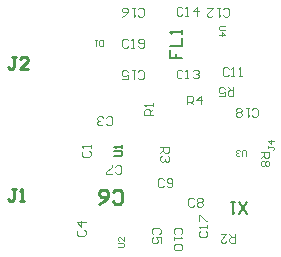
<source format=gbr>
G04*
G04 #@! TF.GenerationSoftware,Altium Limited,Altium Designer,24.7.2 (38)*
G04*
G04 Layer_Color=16711935*
%FSLAX25Y25*%
%MOIN*%
G70*
G04*
G04 #@! TF.SameCoordinates,0AE953C0-7C88-47E9-B79E-664DAA7B62C1*
G04*
G04*
G04 #@! TF.FilePolarity,Positive*
G04*
G01*
G75*
%ADD10C,0.00787*%
%ADD14C,0.00394*%
%ADD65C,0.01000*%
%ADD76C,0.00591*%
D10*
X212829Y69693D02*
X210206Y73629D01*
Y69693D02*
X212829Y73629D01*
X208894D02*
X207582D01*
X208238D01*
Y69693D01*
X208894Y70350D01*
X187403Y124277D02*
Y121653D01*
X189371D01*
Y122965D01*
Y121653D01*
X191339D01*
X187403Y125589D02*
X191339D01*
Y128213D01*
Y129525D02*
Y130837D01*
Y130181D01*
X187403D01*
X188059Y129525D01*
D14*
X212598Y88977D02*
Y90617D01*
X212270Y90945D01*
X211614D01*
X211286Y90617D01*
Y88977D01*
X210630Y89305D02*
X210302Y88977D01*
X209647D01*
X209318Y89305D01*
Y89633D01*
X209647Y89961D01*
X209975D01*
X209647D01*
X209318Y90289D01*
Y90617D01*
X209647Y90945D01*
X210302D01*
X210630Y90617D01*
X166012Y99693D02*
X166504Y99201D01*
X167487D01*
X167979Y99693D01*
Y101661D01*
X167487Y102153D01*
X166504D01*
X166012Y101661D01*
X165028Y99693D02*
X164536Y99201D01*
X163552D01*
X163060Y99693D01*
Y100185D01*
X163552Y100677D01*
X164044D01*
X163552D01*
X163060Y101169D01*
Y101661D01*
X163552Y102153D01*
X164536D01*
X165028Y101661D01*
X205511Y132283D02*
X203871D01*
X203543Y131956D01*
Y131299D01*
X203871Y130972D01*
X205511D01*
X203543Y129332D02*
X205511D01*
X204527Y130316D01*
Y129004D01*
X206823Y118024D02*
X206331Y118516D01*
X205347D01*
X204855Y118024D01*
Y116056D01*
X205347Y115564D01*
X206331D01*
X206823Y116056D01*
X207807Y115564D02*
X208791D01*
X208299D01*
Y118516D01*
X207807Y118024D01*
X210267Y115564D02*
X211251D01*
X210759D01*
Y118516D01*
X210267Y118024D01*
X170079Y58661D02*
X171719D01*
X172047Y58989D01*
Y59645D01*
X171719Y59973D01*
X170079D01*
X172047Y61941D02*
Y60629D01*
X170735Y61941D01*
X170407D01*
X170079Y61613D01*
Y60957D01*
X170407Y60629D01*
X191469Y138102D02*
X190977Y138594D01*
X189993D01*
X189501Y138102D01*
Y136135D01*
X189993Y135643D01*
X190977D01*
X191469Y136135D01*
X192453Y135643D02*
X193437D01*
X192945D01*
Y138594D01*
X192453Y138102D01*
X196388Y135643D02*
Y138594D01*
X194913Y137118D01*
X196880D01*
X176641Y135913D02*
X177134Y135421D01*
X178117D01*
X178609Y135913D01*
Y137881D01*
X178117Y138373D01*
X177134D01*
X176641Y137881D01*
X175657Y138373D02*
X174674D01*
X175166D01*
Y135421D01*
X175657Y135913D01*
X171230Y135421D02*
X172214Y135913D01*
X173198Y136897D01*
Y137881D01*
X172706Y138373D01*
X171722D01*
X171230Y137881D01*
Y137389D01*
X171722Y136897D01*
X173198D01*
X208465Y111811D02*
Y108859D01*
X206989D01*
X206497Y109351D01*
Y110335D01*
X206989Y110827D01*
X208465D01*
X207481D02*
X206497Y111811D01*
X203545Y108859D02*
X205513D01*
Y110335D01*
X204529Y109843D01*
X204037D01*
X203545Y110335D01*
Y111319D01*
X204037Y111811D01*
X205021D01*
X205513Y111319D01*
X195325Y74515D02*
X194833Y75007D01*
X193850D01*
X193358Y74515D01*
Y72548D01*
X193850Y72056D01*
X194833D01*
X195325Y72548D01*
X196309Y74515D02*
X196801Y75007D01*
X197785D01*
X198277Y74515D01*
Y74024D01*
X197785Y73532D01*
X198277Y73040D01*
Y72548D01*
X197785Y72056D01*
X196801D01*
X196309Y72548D01*
Y73040D01*
X196801Y73532D01*
X196309Y74024D01*
Y74515D01*
X196801Y73532D02*
X197785D01*
X185169Y81016D02*
X184678Y81508D01*
X183694D01*
X183202Y81016D01*
Y79048D01*
X183694Y78556D01*
X184678D01*
X185169Y79048D01*
X186153D02*
X186645Y78556D01*
X187629D01*
X188121Y79048D01*
Y81016D01*
X187629Y81508D01*
X186645D01*
X186153Y81016D01*
Y80524D01*
X186645Y80032D01*
X188121D01*
X214634Y102449D02*
X215126Y101957D01*
X216109D01*
X216601Y102449D01*
Y104417D01*
X216109Y104909D01*
X215126D01*
X214634Y104417D01*
X213650Y104909D02*
X212666D01*
X213158D01*
Y101957D01*
X213650Y102449D01*
X211190D02*
X210698Y101957D01*
X209714D01*
X209222Y102449D01*
Y102941D01*
X209714Y103433D01*
X209222Y103925D01*
Y104417D01*
X209714Y104909D01*
X210698D01*
X211190Y104417D01*
Y103925D01*
X210698Y103433D01*
X211190Y102941D01*
Y102449D01*
X210698Y103433D02*
X209714D01*
X220079Y92257D02*
Y91601D01*
Y91929D01*
X221719D01*
X222047Y91601D01*
Y91273D01*
X221719Y90945D01*
X222047Y93897D02*
X220079D01*
X221063Y92913D01*
Y94225D01*
X193110Y106102D02*
Y109054D01*
X194586D01*
X195078Y108562D01*
Y107578D01*
X194586Y107086D01*
X193110D01*
X194094D02*
X195078Y106102D01*
X197538D02*
Y109054D01*
X196062Y107578D01*
X198030D01*
X204988Y135913D02*
X205480Y135421D01*
X206464D01*
X206956Y135913D01*
Y137881D01*
X206464Y138373D01*
X205480D01*
X204988Y137881D01*
X204004Y138373D02*
X203020D01*
X203512D01*
Y135421D01*
X204004Y135913D01*
X199576Y138373D02*
X201544D01*
X199576Y136405D01*
Y135913D01*
X200068Y135421D01*
X201052D01*
X201544Y135913D01*
X217520Y90354D02*
X220472D01*
Y88878D01*
X219980Y88386D01*
X218996D01*
X218504Y88878D01*
Y90354D01*
Y89370D02*
X217520Y88386D01*
X219980Y87402D02*
X220472Y86911D01*
Y85927D01*
X219980Y85435D01*
X219488D01*
X218996Y85927D01*
X218504Y85435D01*
X218012D01*
X217520Y85927D01*
Y86911D01*
X218012Y87402D01*
X218504D01*
X218996Y86911D01*
X219488Y87402D01*
X219980D01*
X218996Y86911D02*
Y85927D01*
X164961Y125591D02*
Y127559D01*
X163977D01*
X163649Y127231D01*
Y125919D01*
X163977Y125591D01*
X164961D01*
X162993Y127559D02*
X162337D01*
X162665D01*
Y125591D01*
X162993Y125919D01*
X169006Y83449D02*
X169498Y82957D01*
X170482D01*
X170974Y83449D01*
Y85417D01*
X170482Y85909D01*
X169498D01*
X169006Y85417D01*
X168022Y82957D02*
X166054D01*
Y83449D01*
X168022Y85417D01*
Y85909D01*
X209094Y62894D02*
Y59943D01*
X207618D01*
X207126Y60435D01*
Y61418D01*
X207618Y61910D01*
X209094D01*
X208110D02*
X207126Y62894D01*
X204174D02*
X206142D01*
X204174Y60927D01*
Y60435D01*
X204666Y59943D01*
X205650D01*
X206142Y60435D01*
X197331Y63910D02*
X196839Y63418D01*
Y62434D01*
X197331Y61942D01*
X199299D01*
X199790Y62434D01*
Y63418D01*
X199299Y63910D01*
X199790Y64894D02*
Y65878D01*
Y65386D01*
X196839D01*
X197331Y64894D01*
X196839Y67353D02*
Y69321D01*
X197331D01*
X199299Y67353D01*
X199790D01*
X183772Y62862D02*
X184264Y63354D01*
Y64338D01*
X183772Y64830D01*
X181804D01*
X181312Y64338D01*
Y63354D01*
X181804Y62862D01*
X184264Y59910D02*
Y61878D01*
X182788D01*
X183280Y60894D01*
Y60402D01*
X182788Y59910D01*
X181804D01*
X181312Y60402D01*
Y61386D01*
X181804Y61878D01*
X181693Y102559D02*
X178741D01*
Y104035D01*
X179233Y104527D01*
X180217D01*
X180709Y104035D01*
Y102559D01*
Y103543D02*
X181693Y104527D01*
Y105511D02*
Y106495D01*
Y106003D01*
X178741D01*
X179233Y105511D01*
X190944Y62904D02*
X191436Y63396D01*
Y64380D01*
X190944Y64872D01*
X188976D01*
X188484Y64380D01*
Y63396D01*
X188976Y62904D01*
X188484Y61920D02*
Y60936D01*
Y61428D01*
X191436D01*
X190944Y61920D01*
Y59460D02*
X191436Y58968D01*
Y57984D01*
X190944Y57492D01*
X188976D01*
X188484Y57984D01*
Y58968D01*
X188976Y59460D01*
X190944D01*
X158354Y90681D02*
X157862Y90189D01*
Y89205D01*
X158354Y88714D01*
X160322D01*
X160814Y89205D01*
Y90189D01*
X160322Y90681D01*
X160814Y91665D02*
Y92649D01*
Y92157D01*
X157862D01*
X158354Y91665D01*
X156779Y64303D02*
X156287Y63811D01*
Y62827D01*
X156779Y62335D01*
X158747D01*
X159239Y62827D01*
Y63811D01*
X158747Y64303D01*
X159239Y66763D02*
X156287D01*
X157763Y65287D01*
Y67255D01*
X184055Y91929D02*
X187007D01*
Y90453D01*
X186515Y89961D01*
X185531D01*
X185039Y90453D01*
Y91929D01*
Y90945D02*
X184055Y89961D01*
X186515Y88977D02*
X187007Y88485D01*
Y87501D01*
X186515Y87009D01*
X186023D01*
X185531Y87501D01*
Y87993D01*
Y87501D01*
X185039Y87009D01*
X184547D01*
X184055Y87501D01*
Y88485D01*
X184547Y88977D01*
X191469Y117236D02*
X190977Y117728D01*
X189993D01*
X189501Y117236D01*
Y115269D01*
X189993Y114777D01*
X190977D01*
X191469Y115269D01*
X192453Y114777D02*
X193437D01*
X192945D01*
Y117728D01*
X192453Y117236D01*
X194913D02*
X195405Y117728D01*
X196388D01*
X196880Y117236D01*
Y116744D01*
X196388Y116252D01*
X195896D01*
X196388D01*
X196880Y115760D01*
Y115269D01*
X196388Y114777D01*
X195405D01*
X194913Y115269D01*
X176641Y115047D02*
X177134Y114555D01*
X178117D01*
X178609Y115047D01*
Y117015D01*
X178117Y117507D01*
X177134D01*
X176641Y117015D01*
X175657Y117507D02*
X174674D01*
X175166D01*
Y114555D01*
X175657Y115047D01*
X171230Y114555D02*
X173198D01*
Y116031D01*
X172214Y115539D01*
X171722D01*
X171230Y116031D01*
Y117015D01*
X171722Y117507D01*
X172706D01*
X173198Y117015D01*
X173359Y127473D02*
X172867Y127964D01*
X171883D01*
X171391Y127473D01*
Y125505D01*
X171883Y125013D01*
X172867D01*
X173359Y125505D01*
X174343Y125013D02*
X175326D01*
X174834D01*
Y127964D01*
X174343Y127473D01*
X176802Y125505D02*
X177294Y125013D01*
X178278D01*
X178770Y125505D01*
Y127473D01*
X178278Y127964D01*
X177294D01*
X176802Y127473D01*
Y126981D01*
X177294Y126489D01*
X178770D01*
D65*
X136003Y77869D02*
X134691D01*
X135347D01*
Y74589D01*
X134691Y73933D01*
X134035D01*
X133379Y74589D01*
X137315Y73933D02*
X138627D01*
X137971D01*
Y77869D01*
X137315Y77213D01*
X168292Y73804D02*
X169079Y73017D01*
X170654D01*
X171441Y73804D01*
Y76953D01*
X170654Y77740D01*
X169079D01*
X168292Y76953D01*
X163569Y73017D02*
X165144Y73804D01*
X166718Y75379D01*
Y76953D01*
X165931Y77740D01*
X164357D01*
X163569Y76953D01*
Y76166D01*
X164357Y75379D01*
X166718D01*
X136003Y121766D02*
X134691D01*
X135347D01*
Y118487D01*
X134691Y117831D01*
X134035D01*
X133379Y118487D01*
X139939Y117831D02*
X137315D01*
X139939Y120455D01*
Y121110D01*
X139283Y121766D01*
X137971D01*
X137315Y121110D01*
D76*
X168702Y88779D02*
X170998D01*
X171457Y89239D01*
Y90157D01*
X170998Y90616D01*
X168702D01*
X171457Y91535D02*
Y92453D01*
Y91994D01*
X168702D01*
X169161Y91535D01*
M02*

</source>
